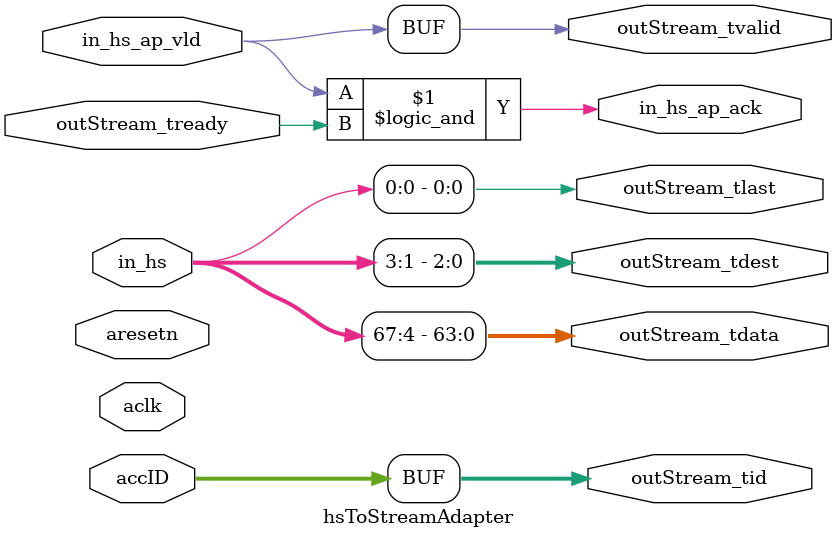
<source format=v>
/*------------------------------------------------------------------------*/
/*    (C) Copyright 2017-2021 Barcelona Supercomputing Center             */
/*                            Centro Nacional de Supercomputacion         */
/*                                                                        */
/*    This file is part of OmpSs@FPGA toolchain.                          */
/*                                                                        */
/*    This code is free software; you can redistribute it and/or modify   */
/*    it under the terms of the GNU Lesser General Public License as      */
/*    published by the Free Software Foundation; either version 3 of      */
/*    the License, or (at your option) any later version.                 */
/*                                                                        */
/*    OmpSs@FPGA toolchain is distributed in the hope that it will be     */
/*    useful, but WITHOUT ANY WARRANTY; without even the implied          */
/*    warranty of MERCHANTABILITY or FITNESS FOR A PARTICULAR PURPOSE.    */
/*    See the GNU Lesser General Public License for more details.         */
/*                                                                        */
/*    You should have received a copy of the GNU Lesser General Public    */
/*    License along with this code. If not, see <www.gnu.org/licenses/>.  */
/*------------------------------------------------------------------------*/

`timescale 1ns / 1ps

module hsToStreamAdapter #(
    parameter USE_BUFFER = 0,
    parameter ACCID_WIDTH = 4
)
(
    input       aclk,
    input       aresetn,
    input [ACCID_WIDTH-1:0] accID,

    input [67:0] in_hs,
    input        in_hs_ap_vld,
    output       in_hs_ap_ack,

    output [63:0] outStream_tdata,
    output [2:0]  outStream_tdest,
    output [ACCID_WIDTH-1:0]  outStream_tid,
    output        outStream_tlast,
    output        outStream_tvalid,
    input         outStream_tready
);

    if (USE_BUFFER) begin

    localparam IDLE = 0;
    localparam WAIT_READY = 1;

    reg [0:0] state;
    reg [63:0] buf_data;
    reg [2:0] buf_dest;
    reg buf_last;
    reg ack;

    assign outStream_tid = accID;
    assign outStream_tdata = buf_data;
    assign outStream_tlast = buf_last;
    assign outStream_tdest = buf_dest;
    assign outStream_tvalid = state == WAIT_READY;

    assign in_hs_ap_ack = ack;

    always @(posedge aclk) begin

        ack <= 0;

        case (state)

            IDLE: begin
                buf_last <= in_hs[0];
                buf_dest <= in_hs[3:1];
                buf_data <= in_hs[67:4];

                if (in_hs_ap_vld) begin
                    ack <= 1;
                    state <= WAIT_READY;
                end
            end

            WAIT_READY: begin
                if (outStream_tready) begin
                    state <= IDLE;
                end
            end

        endcase

        if (!aresetn) begin
            state <= IDLE;
        end
    end

    end else begin

    assign outStream_tid = accID;
    assign outStream_tdata = in_hs[67:4];
    assign outStream_tlast = in_hs[0];
    assign outStream_tdest = in_hs[3:1];
    assign outStream_tvalid = in_hs_ap_vld;

    assign in_hs_ap_ack = in_hs_ap_vld && outStream_tready;

    end

endmodule

</source>
